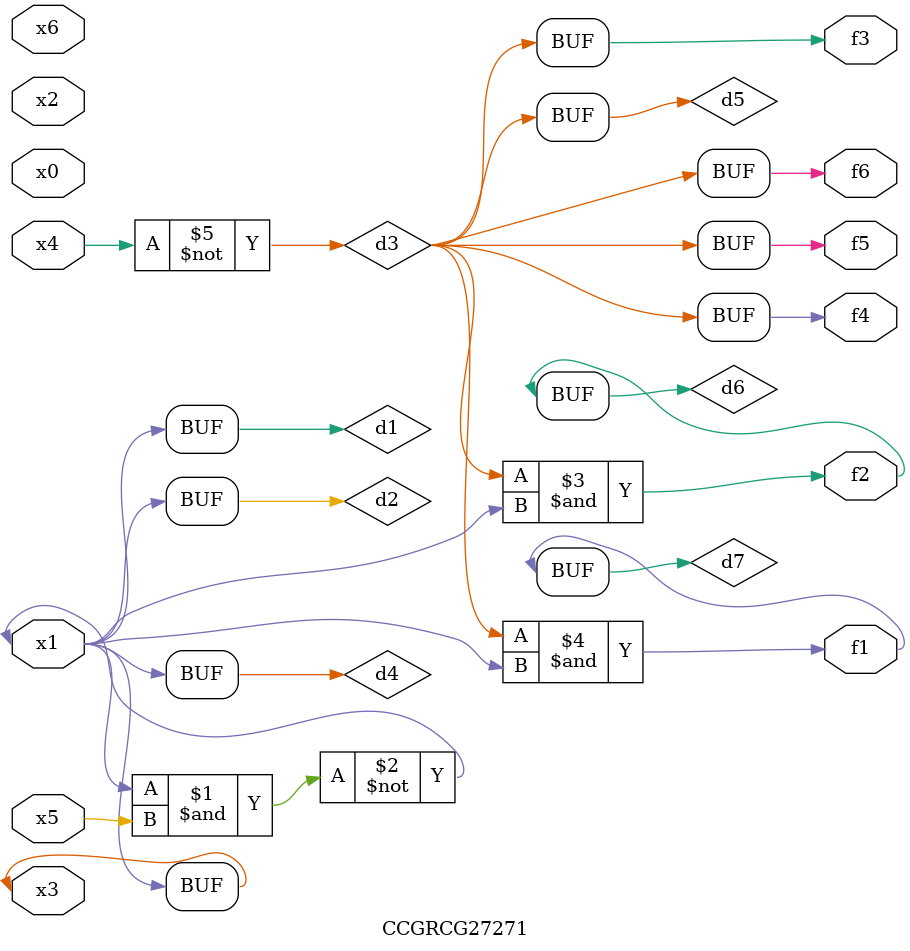
<source format=v>
module CCGRCG27271(
	input x0, x1, x2, x3, x4, x5, x6,
	output f1, f2, f3, f4, f5, f6
);

	wire d1, d2, d3, d4, d5, d6, d7;

	buf (d1, x1, x3);
	nand (d2, x1, x5);
	not (d3, x4);
	buf (d4, d1, d2);
	buf (d5, d3);
	and (d6, d3, d4);
	and (d7, d3, d4);
	assign f1 = d7;
	assign f2 = d6;
	assign f3 = d5;
	assign f4 = d5;
	assign f5 = d5;
	assign f6 = d5;
endmodule

</source>
